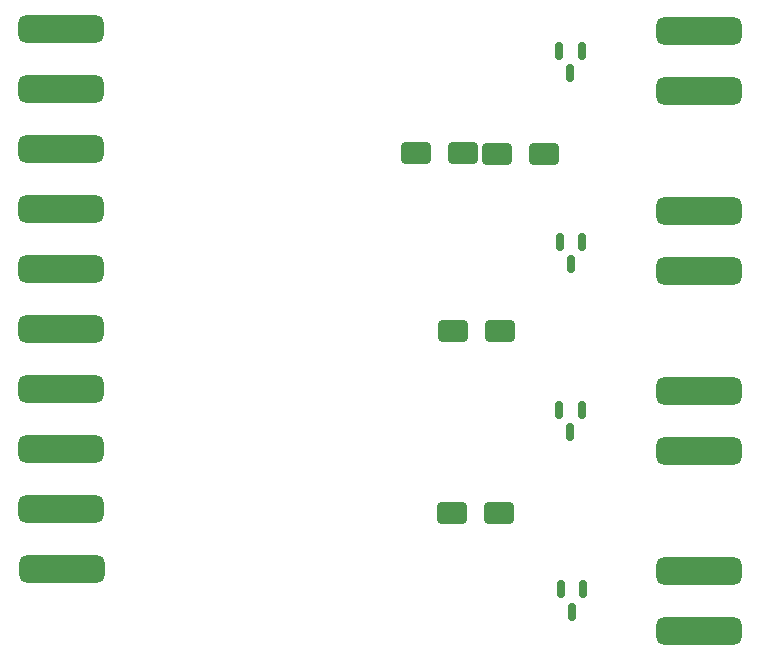
<source format=gbr>
%TF.GenerationSoftware,KiCad,Pcbnew,7.0.10*%
%TF.CreationDate,2024-08-04T06:11:57-04:00*%
%TF.ProjectId,12.X.2 - PLC Connector Combined,31322e58-2e32-4202-9d20-504c4320436f,rev?*%
%TF.SameCoordinates,Original*%
%TF.FileFunction,Paste,Top*%
%TF.FilePolarity,Positive*%
%FSLAX46Y46*%
G04 Gerber Fmt 4.6, Leading zero omitted, Abs format (unit mm)*
G04 Created by KiCad (PCBNEW 7.0.10) date 2024-08-04 06:11:57*
%MOMM*%
%LPD*%
G01*
G04 APERTURE LIST*
G04 Aperture macros list*
%AMRoundRect*
0 Rectangle with rounded corners*
0 $1 Rounding radius*
0 $2 $3 $4 $5 $6 $7 $8 $9 X,Y pos of 4 corners*
0 Add a 4 corners polygon primitive as box body*
4,1,4,$2,$3,$4,$5,$6,$7,$8,$9,$2,$3,0*
0 Add four circle primitives for the rounded corners*
1,1,$1+$1,$2,$3*
1,1,$1+$1,$4,$5*
1,1,$1+$1,$6,$7*
1,1,$1+$1,$8,$9*
0 Add four rect primitives between the rounded corners*
20,1,$1+$1,$2,$3,$4,$5,0*
20,1,$1+$1,$4,$5,$6,$7,0*
20,1,$1+$1,$6,$7,$8,$9,0*
20,1,$1+$1,$8,$9,$2,$3,0*%
G04 Aperture macros list end*
%ADD10RoundRect,0.572500X-3.045750X-0.572500X3.045750X-0.572500X3.045750X0.572500X-3.045750X0.572500X0*%
%ADD11RoundRect,0.250000X1.000000X0.650000X-1.000000X0.650000X-1.000000X-0.650000X1.000000X-0.650000X0*%
%ADD12RoundRect,0.150000X-0.150000X0.587500X-0.150000X-0.587500X0.150000X-0.587500X0.150000X0.587500X0*%
%ADD13RoundRect,0.250000X-1.000000X-0.650000X1.000000X-0.650000X1.000000X0.650000X-1.000000X0.650000X0*%
G04 APERTURE END LIST*
D10*
%TO.C,J316*%
X128326500Y-107870000D03*
%TD*%
%TO.C,J308*%
X128318250Y-123125000D03*
%TD*%
%TO.C,J210*%
X74278250Y-72187224D03*
%TD*%
%TO.C,J209*%
X74278250Y-77245000D03*
%TD*%
D11*
%TO.C,D303*%
X111375000Y-113150000D03*
X107375000Y-113150000D03*
%TD*%
D12*
%TO.C,D306*%
X118368250Y-104437500D03*
X116468250Y-104437500D03*
X117418250Y-106312500D03*
%TD*%
D10*
%TO.C,J307*%
X128318250Y-118035000D03*
%TD*%
%TO.C,J206*%
X74308250Y-92488334D03*
%TD*%
%TO.C,J311*%
X128308250Y-87555000D03*
%TD*%
D11*
%TO.C,D302*%
X111450000Y-97725000D03*
X107450000Y-97725000D03*
%TD*%
D10*
%TO.C,J202*%
X74298250Y-112799446D03*
%TD*%
%TO.C,J203*%
X74308250Y-107721668D03*
%TD*%
%TO.C,J208*%
X74298250Y-82342778D03*
%TD*%
D12*
%TO.C,D305*%
X118508250Y-119627500D03*
X116608250Y-119627500D03*
X117558250Y-121502500D03*
%TD*%
D13*
%TO.C,D301*%
X104325000Y-82700000D03*
X108325000Y-82700000D03*
%TD*%
D10*
%TO.C,J201*%
X74370000Y-117920000D03*
%TD*%
%TO.C,J312*%
X128328250Y-92645000D03*
%TD*%
D12*
%TO.C,D308*%
X118408250Y-90227500D03*
X116508250Y-90227500D03*
X117458250Y-92102500D03*
%TD*%
D10*
%TO.C,J315*%
X128328250Y-102815000D03*
%TD*%
D11*
%TO.C,D309*%
X115225000Y-82725000D03*
X111225000Y-82725000D03*
%TD*%
D10*
%TO.C,J204*%
X74298250Y-102653890D03*
%TD*%
%TO.C,J207*%
X74308250Y-87400556D03*
%TD*%
%TO.C,J205*%
X74280000Y-97590000D03*
%TD*%
%TO.C,J310*%
X128298250Y-77405000D03*
%TD*%
%TO.C,J309*%
X128298250Y-72325000D03*
%TD*%
D12*
%TO.C,D307*%
X118368250Y-73997500D03*
X116468250Y-73997500D03*
X117418250Y-75872500D03*
%TD*%
M02*

</source>
